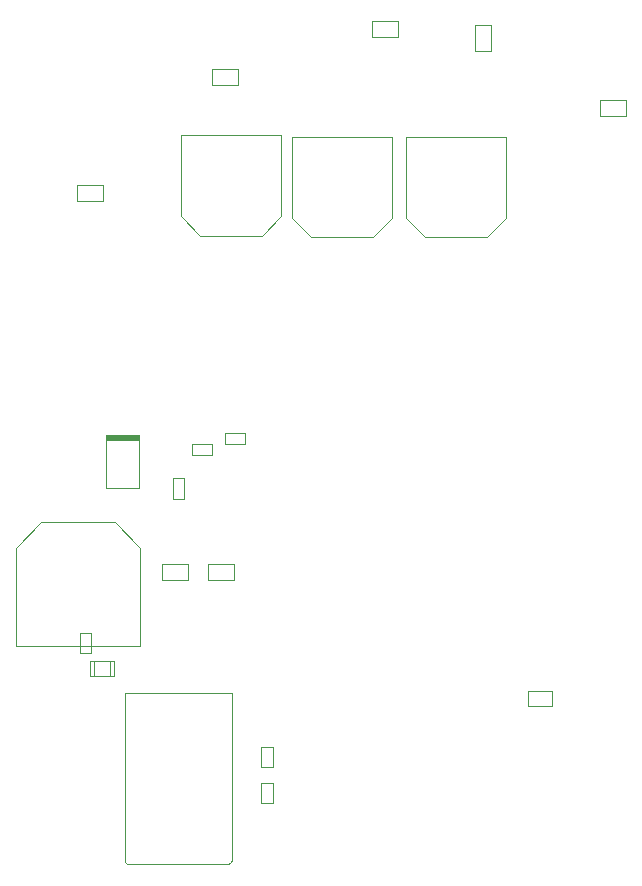
<source format=gbr>
%TF.GenerationSoftware,Altium Limited,Altium Designer,18.1.6 (161)*%
G04 Layer_Color=16711935*
%FSLAX26Y26*%
%MOIN*%
%TF.FileFunction,Other,Mechanical_13*%
%TF.Part,Single*%
G01*
G75*
%TA.AperFunction,NonConductor*%
%ADD68C,0.003937*%
%ADD85R,0.109843X0.023829*%
D68*
X2582322Y1671842D02*
G03*
X2592165Y1681685I0J9843D01*
G01*
X2237835D02*
G03*
X2247678Y1671842I9843J0D01*
G01*
X2085591Y2376535D02*
X2122992D01*
X2085591Y2443465D02*
X2122992D01*
X2085591Y2376535D02*
Y2443465D01*
X2122992Y2376535D02*
Y2443465D01*
X2728701Y1996535D02*
Y2063465D01*
X2691299Y1996535D02*
Y2063465D01*
X2728701D01*
X2691299Y1996535D02*
X2728701D01*
Y1876535D02*
Y1943465D01*
X2691299Y1876535D02*
Y1943465D01*
X2728701D01*
X2691299Y1876535D02*
X2728701D01*
X2120630Y2349608D02*
X2199370D01*
X2120630Y2300395D02*
X2199370D01*
X2120630D02*
Y2349608D01*
X2199370Y2300395D02*
Y2349608D01*
X2132441Y2300394D02*
Y2349606D01*
X2187559Y2300394D02*
Y2349606D01*
X3580630Y2249606D02*
X3659370D01*
X3580630Y2200394D02*
X3659370D01*
Y2249606D01*
X3580630Y2200394D02*
Y2249606D01*
X2513661Y2618425D02*
X2600276D01*
X2513661Y2671575D02*
X2600276D01*
Y2618425D02*
Y2671575D01*
X2513661Y2618425D02*
Y2671575D01*
X2175079Y2926417D02*
Y3103583D01*
X2284921Y2926417D02*
Y3103583D01*
X2175079Y2926417D02*
X2284921D01*
X2175079Y3103583D02*
X2284921D01*
X1873307Y2727047D02*
X1957953Y2811693D01*
X1873307Y2398307D02*
Y2727047D01*
Y2398307D02*
X2286693D01*
Y2727047D01*
X2202047Y2811693D02*
X2286693Y2727047D01*
X1957953Y2811693D02*
X2202047D01*
X2487146Y3767677D02*
X2692854D01*
X2422677Y3832146D02*
X2487146Y3767677D01*
X2422677Y3832146D02*
Y4102323D01*
X2757323D01*
Y3832146D02*
Y4102323D01*
X2692854Y3767677D02*
X2757323Y3832146D01*
X2857146Y3762677D02*
X3062854D01*
X2792677Y3827146D02*
X2857146Y3762677D01*
X2792677Y3827146D02*
Y4097323D01*
X3127323D01*
Y3827146D02*
Y4097323D01*
X3062854Y3762677D02*
X3127323Y3827146D01*
X3237146Y3762677D02*
X3442854D01*
X3172677Y3827146D02*
X3237146Y3762677D01*
X3172677Y3827146D02*
Y4097323D01*
X3507323D01*
Y3827146D02*
Y4097323D01*
X3442854Y3762677D02*
X3507323Y3827146D01*
X2361693Y2618425D02*
Y2671575D01*
X2448307Y2618425D02*
Y2671575D01*
X2361693D02*
X2448307D01*
X2361693Y2618425D02*
X2448307D01*
X2163307Y3883425D02*
Y3936575D01*
X2076693Y3883425D02*
Y3936575D01*
Y3883425D02*
X2163307D01*
X2076693Y3936575D02*
X2163307D01*
X2613425Y4268425D02*
Y4321575D01*
X2526811Y4268425D02*
Y4321575D01*
Y4268425D02*
X2613425D01*
X2526811Y4321575D02*
X2613425D01*
X3061693Y4428425D02*
Y4481575D01*
X3148307Y4428425D02*
Y4481575D01*
X3061693D02*
X3148307D01*
X3061693Y4428425D02*
X3148307D01*
X3403425Y4468307D02*
X3456575D01*
X3403425Y4381693D02*
X3456575D01*
Y4468307D01*
X3403425Y4381693D02*
Y4468307D01*
X3908304Y4166600D02*
Y4219750D01*
X3821690Y4166600D02*
Y4219750D01*
Y4166600D02*
X3908304D01*
X3821690Y4219750D02*
X3908304D01*
X2636024Y3071299D02*
Y3108701D01*
X2569095Y3071299D02*
Y3108701D01*
Y3071299D02*
X2636024D01*
X2569095Y3108701D02*
X2636024D01*
X2528465Y3036299D02*
Y3073701D01*
X2461535Y3036299D02*
Y3073701D01*
Y3036299D02*
X2528465D01*
X2461535Y3073701D02*
X2528465D01*
X2592165Y1681685D02*
Y2242709D01*
X2247678Y1671842D02*
X2582322D01*
X2237835Y2242709D02*
X2592165D01*
X2237835Y1681685D02*
Y2242709D01*
X2396299Y2959449D02*
X2433701D01*
X2396299Y2890551D02*
X2433701D01*
Y2959449D01*
X2396299Y2890551D02*
Y2959449D01*
D85*
X2230000Y3091668D02*
D03*
%TF.MD5,e323d8ef4d8db41f6eccebc8e2623ded*%
M02*

</source>
